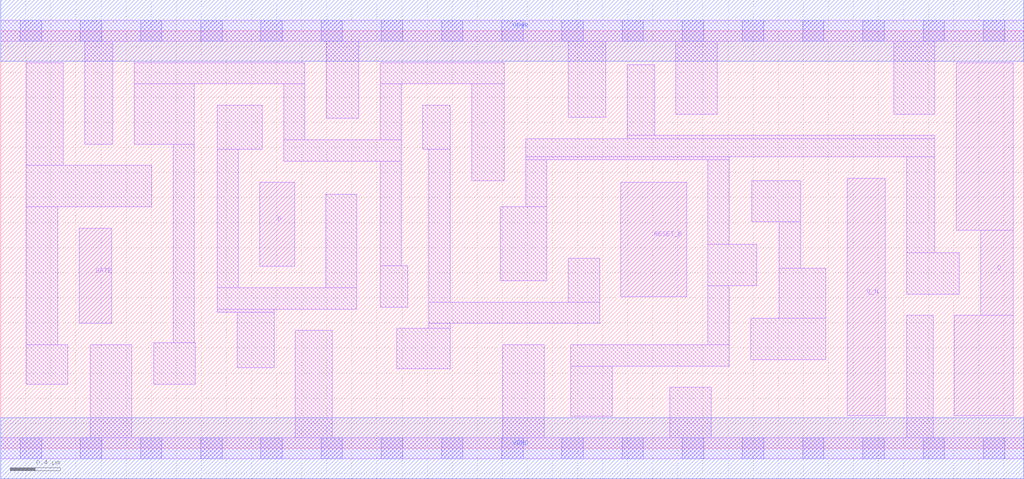
<source format=lef>
# Copyright 2020 The SkyWater PDK Authors
#
# Licensed under the Apache License, Version 2.0 (the "License");
# you may not use this file except in compliance with the License.
# You may obtain a copy of the License at
#
#     https://www.apache.org/licenses/LICENSE-2.0
#
# Unless required by applicable law or agreed to in writing, software
# distributed under the License is distributed on an "AS IS" BASIS,
# WITHOUT WARRANTIES OR CONDITIONS OF ANY KIND, either express or implied.
# See the License for the specific language governing permissions and
# limitations under the License.
#
# SPDX-License-Identifier: Apache-2.0

VERSION 5.7 ;
  NAMESCASESENSITIVE ON ;
  NOWIREEXTENSIONATPIN ON ;
  DIVIDERCHAR "/" ;
  BUSBITCHARS "[]" ;
UNITS
  DATABASE MICRONS 200 ;
END UNITS
MACRO sky130_fd_sc_lp__dlrbp_1
  CLASS CORE ;
  FOREIGN sky130_fd_sc_lp__dlrbp_1 ;
  ORIGIN  0.000000  0.000000 ;
  SIZE  8.160000 BY  3.330000 ;
  SYMMETRY X Y R90 ;
  SITE unit ;
  PIN D
    ANTENNAGATEAREA  0.159000 ;
    DIRECTION INPUT ;
    USE SIGNAL ;
    PORT
      LAYER li1 ;
        RECT 2.065000 1.450000 2.345000 2.120000 ;
    END
  END D
  PIN Q
    ANTENNADIFFAREA  0.564900 ;
    DIRECTION OUTPUT ;
    USE SIGNAL ;
    PORT
      LAYER li1 ;
        RECT 7.605000 0.260000 8.075000 1.060000 ;
        RECT 7.620000 1.740000 8.075000 3.075000 ;
        RECT 7.815000 1.060000 8.075000 1.740000 ;
    END
  END Q
  PIN Q_N
    ANTENNADIFFAREA  0.556500 ;
    DIRECTION OUTPUT ;
    USE SIGNAL ;
    PORT
      LAYER li1 ;
        RECT 6.750000 0.260000 7.055000 2.155000 ;
    END
  END Q_N
  PIN RESET_B
    ANTENNAGATEAREA  0.315000 ;
    DIRECTION INPUT ;
    USE SIGNAL ;
    PORT
      LAYER li1 ;
        RECT 4.945000 1.210000 5.470000 2.120000 ;
    END
  END RESET_B
  PIN GATE
    ANTENNAGATEAREA  0.159000 ;
    DIRECTION INPUT ;
    USE CLOCK ;
    PORT
      LAYER li1 ;
        RECT 0.625000 0.995000 0.885000 1.755000 ;
    END
  END GATE
  PIN VGND
    DIRECTION INOUT ;
    USE GROUND ;
    PORT
      LAYER met1 ;
        RECT 0.000000 -0.245000 8.160000 0.245000 ;
    END
  END VGND
  PIN VPWR
    DIRECTION INOUT ;
    USE POWER ;
    PORT
      LAYER met1 ;
        RECT 0.000000 3.085000 8.160000 3.575000 ;
    END
  END VPWR
  OBS
    LAYER li1 ;
      RECT 0.000000 -0.085000 8.160000 0.085000 ;
      RECT 0.000000  3.245000 8.160000 3.415000 ;
      RECT 0.205000  0.510000 0.535000 0.825000 ;
      RECT 0.205000  0.825000 0.455000 1.925000 ;
      RECT 0.205000  1.925000 1.205000 2.255000 ;
      RECT 0.205000  2.255000 0.500000 3.075000 ;
      RECT 0.670000  2.425000 0.895000 3.245000 ;
      RECT 0.715000  0.085000 1.045000 0.825000 ;
      RECT 1.065000  2.425000 1.545000 2.905000 ;
      RECT 1.065000  2.905000 2.425000 3.075000 ;
      RECT 1.220000  0.510000 1.550000 0.840000 ;
      RECT 1.375000  0.840000 1.545000 2.425000 ;
      RECT 1.725000  1.085000 2.180000 1.110000 ;
      RECT 1.725000  1.110000 2.840000 1.280000 ;
      RECT 1.725000  1.280000 1.895000 2.385000 ;
      RECT 1.725000  2.385000 2.085000 2.735000 ;
      RECT 1.885000  0.640000 2.180000 1.085000 ;
      RECT 2.255000  2.290000 3.195000 2.460000 ;
      RECT 2.255000  2.460000 2.425000 2.905000 ;
      RECT 2.350000  0.085000 2.645000 0.940000 ;
      RECT 2.590000  1.280000 2.840000 2.025000 ;
      RECT 2.595000  2.630000 2.855000 3.245000 ;
      RECT 3.025000  1.125000 3.245000 1.455000 ;
      RECT 3.025000  1.455000 3.195000 2.290000 ;
      RECT 3.025000  2.460000 3.195000 2.905000 ;
      RECT 3.025000  2.905000 4.015000 3.075000 ;
      RECT 3.160000  0.635000 3.585000 0.955000 ;
      RECT 3.365000  2.385000 3.585000 2.735000 ;
      RECT 3.415000  0.955000 3.585000 0.995000 ;
      RECT 3.415000  0.995000 4.775000 1.165000 ;
      RECT 3.415000  1.165000 3.585000 2.385000 ;
      RECT 3.755000  2.135000 4.015000 2.905000 ;
      RECT 3.985000  1.335000 4.355000 1.925000 ;
      RECT 4.005000  0.085000 4.335000 0.825000 ;
      RECT 4.185000  1.925000 4.355000 2.300000 ;
      RECT 4.185000  2.300000 5.810000 2.325000 ;
      RECT 4.185000  2.325000 7.450000 2.470000 ;
      RECT 4.525000  1.165000 4.775000 1.515000 ;
      RECT 4.525000  2.640000 4.825000 3.245000 ;
      RECT 4.545000  0.255000 4.875000 0.655000 ;
      RECT 4.545000  0.655000 5.810000 0.825000 ;
      RECT 4.995000  2.470000 7.450000 2.495000 ;
      RECT 4.995000  2.495000 5.215000 3.060000 ;
      RECT 5.335000  0.085000 5.665000 0.485000 ;
      RECT 5.385000  2.665000 5.715000 3.245000 ;
      RECT 5.640000  0.825000 5.810000 1.295000 ;
      RECT 5.640000  1.295000 6.030000 1.625000 ;
      RECT 5.640000  1.625000 5.810000 2.300000 ;
      RECT 5.980000  0.705000 6.580000 1.035000 ;
      RECT 5.990000  1.805000 6.380000 2.135000 ;
      RECT 6.210000  1.035000 6.580000 1.435000 ;
      RECT 6.210000  1.435000 6.380000 1.805000 ;
      RECT 7.120000  2.665000 7.450000 3.245000 ;
      RECT 7.225000  0.085000 7.435000 1.060000 ;
      RECT 7.225000  1.230000 7.645000 1.560000 ;
      RECT 7.225000  1.560000 7.450000 2.325000 ;
    LAYER mcon ;
      RECT 0.155000 -0.085000 0.325000 0.085000 ;
      RECT 0.155000  3.245000 0.325000 3.415000 ;
      RECT 0.635000 -0.085000 0.805000 0.085000 ;
      RECT 0.635000  3.245000 0.805000 3.415000 ;
      RECT 1.115000 -0.085000 1.285000 0.085000 ;
      RECT 1.115000  3.245000 1.285000 3.415000 ;
      RECT 1.595000 -0.085000 1.765000 0.085000 ;
      RECT 1.595000  3.245000 1.765000 3.415000 ;
      RECT 2.075000 -0.085000 2.245000 0.085000 ;
      RECT 2.075000  3.245000 2.245000 3.415000 ;
      RECT 2.555000 -0.085000 2.725000 0.085000 ;
      RECT 2.555000  3.245000 2.725000 3.415000 ;
      RECT 3.035000 -0.085000 3.205000 0.085000 ;
      RECT 3.035000  3.245000 3.205000 3.415000 ;
      RECT 3.515000 -0.085000 3.685000 0.085000 ;
      RECT 3.515000  3.245000 3.685000 3.415000 ;
      RECT 3.995000 -0.085000 4.165000 0.085000 ;
      RECT 3.995000  3.245000 4.165000 3.415000 ;
      RECT 4.475000 -0.085000 4.645000 0.085000 ;
      RECT 4.475000  3.245000 4.645000 3.415000 ;
      RECT 4.955000 -0.085000 5.125000 0.085000 ;
      RECT 4.955000  3.245000 5.125000 3.415000 ;
      RECT 5.435000 -0.085000 5.605000 0.085000 ;
      RECT 5.435000  3.245000 5.605000 3.415000 ;
      RECT 5.915000 -0.085000 6.085000 0.085000 ;
      RECT 5.915000  3.245000 6.085000 3.415000 ;
      RECT 6.395000 -0.085000 6.565000 0.085000 ;
      RECT 6.395000  3.245000 6.565000 3.415000 ;
      RECT 6.875000 -0.085000 7.045000 0.085000 ;
      RECT 6.875000  3.245000 7.045000 3.415000 ;
      RECT 7.355000 -0.085000 7.525000 0.085000 ;
      RECT 7.355000  3.245000 7.525000 3.415000 ;
      RECT 7.835000 -0.085000 8.005000 0.085000 ;
      RECT 7.835000  3.245000 8.005000 3.415000 ;
  END
END sky130_fd_sc_lp__dlrbp_1
END LIBRARY

</source>
